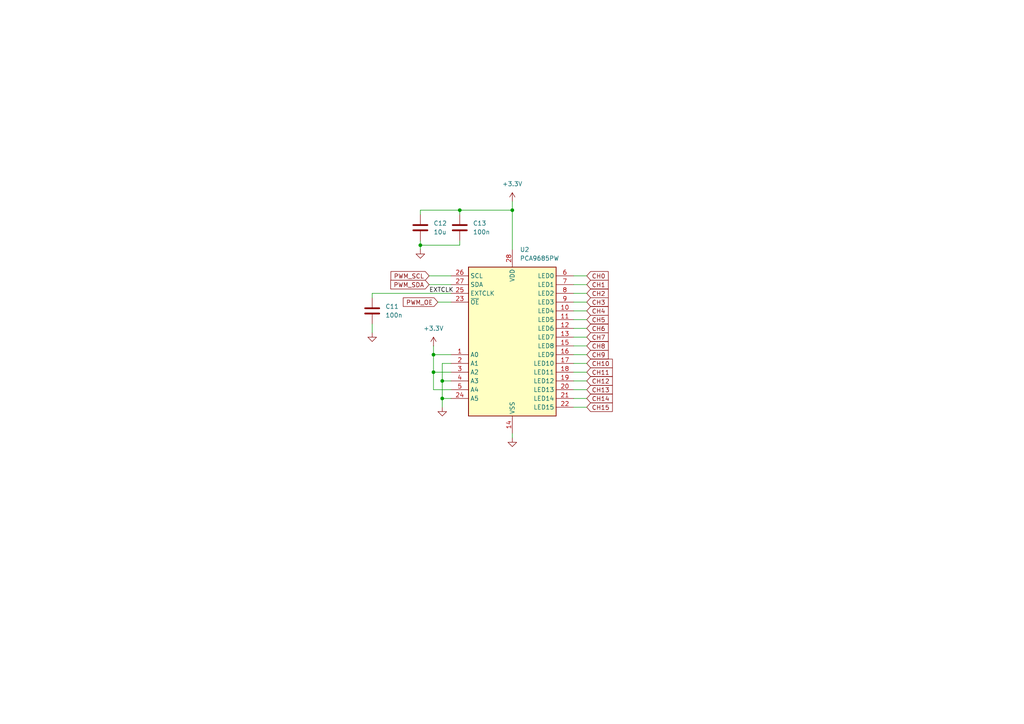
<source format=kicad_sch>
(kicad_sch (version 20250114) (generator "eeschema") (generator_version "9.0")
  (paper "A4")
  (lib_symbols
    (symbol "Device:C" (pin_numbers (hide yes)) (pin_names (offset 0.254))
      (property "Reference" "C" (at 0.635 2.54 0))
      (property "Value" "C" (at 0.635 -2.54 0))
      (symbol "C_0_1"
        (polyline (pts (xy -2.032 0.762) (xy 2.032 0.762)) (stroke (width 0.508)))
        (polyline (pts (xy -2.032 -0.762) (xy 2.032 -0.762)) (stroke (width 0.508)))
      )
      (symbol "C_1_1"
        (pin passive line (at 0 3.81 270) (length 2.794) (name "~") (number "1"))
        (pin passive line (at 0 -3.81 90) (length 2.794) (name "~") (number "2"))
      )
    )
    (symbol "Driver_LED:PCA9685PW"
      (property "Reference" "U" (at -12.7 22.225 0))
      (property "Value" "PCA9685PW" (at 1.27 22.225 0))
      (symbol "PCA9685PW_0_1"
        (rectangle (start -12.7 20.32) (end 12.7 -22.86) (stroke (width 0.254)) (fill (type background)))
      )
      (symbol "PCA9685PW_1_1"
        (pin input line (at -17.78 17.78 0) (length 5.08) (name "SCL") (number "26"))
        (pin bidirectional line (at -17.78 15.24 0) (length 5.08) (name "SDA") (number "27"))
        (pin input line (at -17.78 12.7 0) (length 5.08) (name "EXTCLK") (number "25"))
        (pin input line (at -17.78 10.16 0) (length 5.08) (name "~{OE}") (number "23"))
        (pin input line (at -17.78 -5.08 0) (length 5.08) (name "A0") (number "1"))
        (pin input line (at -17.78 -7.62 0) (length 5.08) (name "A1") (number "2"))
        (pin input line (at -17.78 -10.16 0) (length 5.08) (name "A2") (number "3"))
        (pin input line (at -17.78 -12.7 0) (length 5.08) (name "A3") (number "4"))
        (pin input line (at -17.78 -15.24 0) (length 5.08) (name "A4") (number "5"))
        (pin input line (at -17.78 -17.78 0) (length 5.08) (name "A5") (number "24"))
        (pin power_in line (at 0 25.4 270) (length 5.08) (name "VDD") (number "28"))
        (pin power_in line (at 0 -27.94 90) (length 5.08) (name "VSS") (number "14"))
        (pin output line (at 17.78 17.78 180) (length 5.08) (name "LED0") (number "6"))
        (pin output line (at 17.78 15.24 180) (length 5.08) (name "LED1") (number "7"))
        (pin output line (at 17.78 12.7 180) (length 5.08) (name "LED2") (number "8"))
        (pin output line (at 17.78 10.16 180) (length 5.08) (name "LED3") (number "9"))
        (pin output line (at 17.78 7.62 180) (length 5.08) (name "LED4") (number "10"))
        (pin output line (at 17.78 5.08 180) (length 5.08) (name "LED5") (number "11"))
        (pin output line (at 17.78 2.54 180) (length 5.08) (name "LED6") (number "12"))
        (pin output line (at 17.78 0 180) (length 5.08) (name "LED7") (number "13"))
        (pin output line (at 17.78 -2.54 180) (length 5.08) (name "LED8") (number "15"))
        (pin output line (at 17.78 -5.08 180) (length 5.08) (name "LED9") (number "16"))
        (pin output line (at 17.78 -7.62 180) (length 5.08) (name "LED10") (number "17"))
        (pin output line (at 17.78 -10.16 180) (length 5.08) (name "LED11") (number "18"))
        (pin output line (at 17.78 -12.7 180) (length 5.08) (name "LED12") (number "19"))
        (pin output line (at 17.78 -15.24 180) (length 5.08) (name "LED13") (number "20"))
        (pin output line (at 17.78 -17.78 180) (length 5.08) (name "LED14") (number "21"))
        (pin output line (at 17.78 -20.32 180) (length 5.08) (name "LED15") (number "22"))
      )
    )
    (symbol "power:+3.3V" (power) (pin_numbers (hide yes)) (pin_names (offset 0) (hide yes))
      (property "Value" "+3.3V" (at 0 3.556 0))
      (symbol "+3.3V_0_1"
        (polyline (pts (xy -0.762 1.27) (xy 0 2.54)))
        (polyline (pts (xy 0 2.54) (xy 0.762 1.27)))
        (polyline (pts (xy 0 0) (xy 0 2.54)))
      )
      (symbol "+3.3V_1_1"
        (pin power_in line (at 0 0 90) (length 0) (name "~") (number "1"))
      )
    )
    (symbol "power:GND" (power) (pin_numbers (hide yes)) (pin_names (offset 0) (hide yes))
      (property "Value" "GND" (at 0 -3.81 0))
      (symbol "GND_0_1"
        (polyline (pts (xy 0 0) (xy 0 -1.27) (xy 1.27 -1.27) (xy 0 -2.54) (xy -1.27 -1.27) (xy 0 -1.27)))
      )
      (symbol "GND_1_1"
        (pin power_in line (at 0 0 270) (length 0) (name "~") (number "1"))
      )
    )
  )
  (junction (at 125.73 102.87))
  (junction (at 133.35 60.96))
  (junction (at 148.59 60.96))
  (junction (at 125.73 107.95))
  (junction (at 128.27 110.49))
  (junction (at 128.27 115.57))
  (junction (at 121.92 71.12))
  (wire (pts (xy 125.73 107.95) (xy 130.81 107.95)))
  (wire (pts (xy 166.37 95.25) (xy 170.18 95.25)))
  (wire (pts (xy 125.73 102.87) (xy 125.73 107.95)))
  (wire (pts (xy 121.92 71.12) (xy 121.92 69.85)))
  (wire (pts (xy 107.95 85.09) (xy 130.81 85.09)))
  (wire (pts (xy 166.37 97.79) (xy 170.18 97.79)))
  (wire (pts (xy 125.73 113.03) (xy 125.73 107.95)))
  (wire (pts (xy 127 87.63) (xy 130.81 87.63)))
  (wire (pts (xy 166.37 107.95) (xy 170.18 107.95)))
  (wire (pts (xy 133.35 69.85) (xy 133.35 71.12)))
  (wire (pts (xy 166.37 82.55) (xy 170.18 82.55)))
  (wire (pts (xy 166.37 113.03) (xy 170.18 113.03)))
  (wire (pts (xy 166.37 87.63) (xy 170.18 87.63)))
  (wire (pts (xy 128.27 110.49) (xy 128.27 115.57)))
  (wire (pts (xy 166.37 90.17) (xy 170.18 90.17)))
  (wire (pts (xy 166.37 100.33) (xy 170.18 100.33)))
  (wire (pts (xy 125.73 113.03) (xy 130.81 113.03)))
  (wire (pts (xy 166.37 115.57) (xy 170.18 115.57)))
  (wire (pts (xy 107.95 93.98) (xy 107.95 96.52)))
  (wire (pts (xy 121.92 71.12) (xy 121.92 72.39)))
  (wire (pts (xy 128.27 115.57) (xy 130.81 115.57)))
  (wire (pts (xy 148.59 72.39) (xy 148.59 60.96)))
  (wire (pts (xy 166.37 118.11) (xy 170.18 118.11)))
  (wire (pts (xy 124.46 80.01) (xy 130.81 80.01)))
  (wire (pts (xy 166.37 80.01) (xy 170.18 80.01)))
  (wire (pts (xy 121.92 62.23) (xy 121.92 60.96)))
  (wire (pts (xy 133.35 71.12) (xy 121.92 71.12)))
  (wire (pts (xy 148.59 58.42) (xy 148.59 60.96)))
  (wire (pts (xy 166.37 102.87) (xy 170.18 102.87)))
  (wire (pts (xy 148.59 125.73) (xy 148.59 127)))
  (wire (pts (xy 121.92 60.96) (xy 133.35 60.96)))
  (wire (pts (xy 125.73 102.87) (xy 130.81 102.87)))
  (wire (pts (xy 124.46 82.55) (xy 130.81 82.55)))
  (wire (pts (xy 166.37 105.41) (xy 170.18 105.41)))
  (wire (pts (xy 125.73 100.33) (xy 125.73 102.87)))
  (wire (pts (xy 166.37 92.71) (xy 170.18 92.71)))
  (wire (pts (xy 128.27 105.41) (xy 130.81 105.41)))
  (wire (pts (xy 166.37 85.09) (xy 170.18 85.09)))
  (wire (pts (xy 128.27 115.57) (xy 128.27 118.11)))
  (wire (pts (xy 133.35 62.23) (xy 133.35 60.96)))
  (wire (pts (xy 166.37 110.49) (xy 170.18 110.49)))
  (wire (pts (xy 128.27 105.41) (xy 128.27 110.49)))
  (wire (pts (xy 107.95 85.09) (xy 107.95 86.36)))
  (wire (pts (xy 148.59 60.96) (xy 133.35 60.96)))
  (wire (pts (xy 128.27 110.49) (xy 130.81 110.49)))
  (label "EXTCLK" (at 124.46 85.09 0))
  (global_label "CH11" (shape input) (at 170.18 107.95 0) (property "Intersheetrefs" "${INTERSHEET_REFS}" (effects (hide yes))))
  (global_label "CH14" (shape input) (at 170.18 115.57 0) (property "Intersheetrefs" "${INTERSHEET_REFS}" (effects (hide yes))))
  (global_label "CH8" (shape input) (at 170.18 100.33 0) (property "Intersheetrefs" "${INTERSHEET_REFS}" (effects (hide yes))))
  (global_label "CH4" (shape input) (at 170.18 90.17 0) (property "Intersheetrefs" "${INTERSHEET_REFS}" (effects (hide yes))))
  (global_label "PWM_OE" (shape input) (at 127 87.63 180) (property "Intersheetrefs" "${INTERSHEET_REFS}" (effects (hide yes))))
  (global_label "CH5" (shape input) (at 170.18 92.71 0) (property "Intersheetrefs" "${INTERSHEET_REFS}" (effects (hide yes))))
  (global_label "CH10" (shape input) (at 170.18 105.41 0) (property "Intersheetrefs" "${INTERSHEET_REFS}" (effects (hide yes))))
  (global_label "PWM_SCL" (shape input) (at 124.46 80.01 180) (property "Intersheetrefs" "${INTERSHEET_REFS}" (effects (hide yes))))
  (global_label "CH15" (shape input) (at 170.18 118.11 0) (property "Intersheetrefs" "${INTERSHEET_REFS}" (effects (hide yes))))
  (global_label "CH12" (shape input) (at 170.18 110.49 0) (property "Intersheetrefs" "${INTERSHEET_REFS}" (effects (hide yes))))
  (global_label "CH0" (shape input) (at 170.18 80.01 0) (property "Intersheetrefs" "${INTERSHEET_REFS}" (effects (hide yes))))
  (global_label "CH2" (shape input) (at 170.18 85.09 0) (property "Intersheetrefs" "${INTERSHEET_REFS}" (effects (hide yes))))
  (global_label "CH6" (shape input) (at 170.18 95.25 0) (property "Intersheetrefs" "${INTERSHEET_REFS}" (effects (hide yes))))
  (global_label "CH1" (shape input) (at 170.18 82.55 0) (property "Intersheetrefs" "${INTERSHEET_REFS}" (effects (hide yes))))
  (global_label "CH13" (shape input) (at 170.18 113.03 0) (property "Intersheetrefs" "${INTERSHEET_REFS}" (effects (hide yes))))
  (global_label "CH7" (shape input) (at 170.18 97.79 0) (property "Intersheetrefs" "${INTERSHEET_REFS}" (effects (hide yes))))
  (global_label "PWM_SDA" (shape input) (at 124.46 82.55 180) (property "Intersheetrefs" "${INTERSHEET_REFS}" (effects (hide yes))))
  (global_label "CH9" (shape input) (at 170.18 102.87 0) (property "Intersheetrefs" "${INTERSHEET_REFS}" (effects (hide yes))))
  (global_label "CH3" (shape input) (at 170.18 87.63 0) (property "Intersheetrefs" "${INTERSHEET_REFS}" (effects (hide yes))))
  (symbol (lib_id "Device:C") (at 133.35 66.04 0) (unit 1)
    (property "Reference" "C13" (at 137.16 64.7699 0) (effects (justify left)))
    (property "Value" "100n" (at 137.16 67.3099 0) (effects (justify left)))
    (property "Footprint" "Capacitor_SMD:C_0402_1005Metric" (effects (hide yes)))
    (property "Description" "Unpolarized capacitor" (effects (hide yes)))
  )
  (symbol (lib_id "power:GND") (at 121.92 72.39 0) (unit 1)
    (property "Reference" "#PWR012" (effects (hide yes)))
    (property "Value" "GND" (effects (hide yes)))
    (property "Description" "Power symbol creates a global label with name \"GND\" , ground" (effects (hide yes)))
  )
  (symbol (lib_id "Driver_LED:PCA9685PW") (at 148.59 97.79 0) (unit 1)
    (property "Reference" "U2" (at 150.7841 72.39 0) (effects (justify left)))
    (property "Value" "PCA9685PW" (at 150.7841 74.93 0) (effects (justify left)))
    (property "Footprint" "Package_SO:TSSOP-28_4.4x9.7mm_P0.65mm" (effects (hide yes)))
    (property "Datasheet" "http://www.nxp.com/docs/en/data-sheet/PCA9685.pdf" (effects (hide yes)))
    (property "Description" "16-channel 12-bit PWM Fm+ I2C-bus LED controller RGBA TSSOP" (effects (hide yes)))
  )
  (symbol (lib_id "power:+3.3V") (at 148.59 58.42 0) (unit 1)
    (property "Reference" "#PWR020" (effects (hide yes)))
    (property "Value" "+3.3V" (at 148.59 53.34 0))
    (property "Description" "Power symbol creates a global label with name \"+3.3V\"" (effects (hide yes)))
  )
  (symbol (lib_id "power:GND") (at 107.95 96.52 0) (unit 1)
    (property "Reference" "#PWR07" (effects (hide yes)))
    (property "Value" "GND" (effects (hide yes)))
    (property "Description" "Power symbol creates a global label with name \"GND\" , ground" (effects (hide yes)))
  )
  (symbol (lib_id "Device:C") (at 121.92 66.04 0) (unit 1)
    (property "Reference" "C12" (at 125.73 64.7699 0) (effects (justify left)))
    (property "Value" "10u" (at 125.73 67.3099 0) (effects (justify left)))
    (property "Footprint" "Capacitor_SMD:C_0603_1608Metric" (effects (hide yes)))
    (property "Description" "Unpolarized capacitor" (effects (hide yes)))
  )
  (symbol (lib_id "power:GND") (at 128.27 118.11 0) (unit 1)
    (property "Reference" "#PWR019" (effects (hide yes)))
    (property "Value" "GND" (effects (hide yes)))
    (property "Description" "Power symbol creates a global label with name \"GND\" , ground" (effects (hide yes)))
  )
  (symbol (lib_id "power:+3.3V") (at 125.73 100.33 0) (unit 1)
    (property "Reference" "#PWR018" (effects (hide yes)))
    (property "Value" "+3.3V" (at 125.73 95.25 0))
    (property "Description" "Power symbol creates a global label with name \"+3.3V\"" (effects (hide yes)))
  )
  (symbol (lib_id "power:GND") (at 148.59 127 0) (unit 1)
    (property "Reference" "#PWR021" (effects (hide yes)))
    (property "Value" "GND" (effects (hide yes)))
    (property "Description" "Power symbol creates a global label with name \"GND\" , ground" (effects (hide yes)))
  )
  (symbol (lib_id "Device:C") (at 107.95 90.17 0) (unit 1)
    (property "Reference" "C11" (at 111.76 88.8999 0) (effects (justify left)))
    (property "Value" "100n" (at 111.76 91.4399 0) (effects (justify left)))
    (property "Footprint" "Capacitor_SMD:C_0402_1005Metric" (effects (hide yes)))
    (property "Description" "Unpolarized capacitor" (effects (hide yes)))
  )
)
</source>
